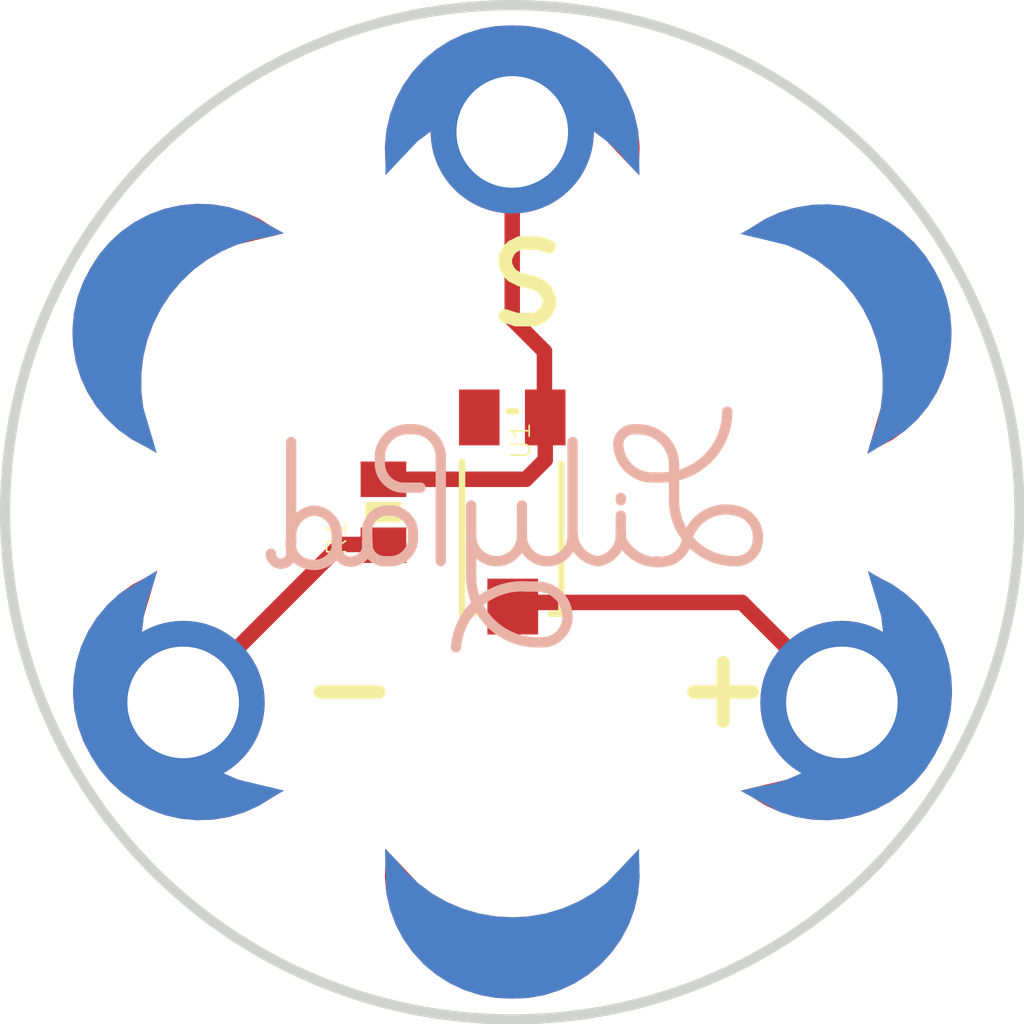
<source format=kicad_pcb>
(kicad_pcb (version 20211014) (generator pcbnew)
  (layers (0 "F.Cu" signal) (31 "B.Cu" signal) (34 "B.Paste" user) (35 "F.Paste" user) (36 "B.SilkS" user "B.Silkscreen") (37 "F.SilkS" user "F.Silkscreen") (38 "B.Mask" user) (39 "F.Mask" user) (44 "Edge.Cuts" user))
  (net 0 "")
  (net 1 "+")
  (net 2 "S")
  (net 3 "-")
  (footprint "boardEagle:PETAL-NOHOLE-2SIDE" (layer "F.Cu") (at 148.5011 112.4936)
    (fp_text reference "LIGHT2" hide)
    (fp_text value "SEWTAP-NOHOLE2" hide)
    (fp_poly (pts (xy -1.854655 -0.173117) (xy -1.587233 0.02496) (xy -1.296131 0.192254) (xy -0.987629 0.324761) (xy -0.665876 0.420699) (xy -0.335186 0.478783) (xy -0.000001 0.49823) (xy 0.335185 0.478783) (xy 0.665875 0.4207) (xy 0.987628 0.324762) (xy 1.29613 0.192254) (xy 1.587231 0.024961) (xy 1.857026 -0.174874) (xy 2.101909 -0.404578) (xy 2.32514 -0.668824) (xy 2.493638 -0.837322) (xy 2.51214 -0.289809) (xy 2.481402 0.029121) (xy 2.409619 0.341384) (xy 2.298003 0.641723) (xy 2.148431 0.925078) (xy 1.963424 1.186677) (xy 1.746098 1.422114) (xy 1.500112 1.627423) (xy 1.22961 1.799149) (xy 0.939146 1.934398) (xy 0.633613 2.030893) (xy 0.318157 2.087007) (xy 0.002347 2.1016) (xy -0.002346 2.1016) (xy -0.318157 2.087008) (xy -0.633613 2.030893) (xy -0.939146 1.934399) (xy -1.22961 1.79915) (xy -1.500112 1.627424) (xy -1.746098 1.422115) (xy -1.963425 1.186678) (xy -2.148432 0.925079) (xy -2.298003 0.641724) (xy -2.409619 0.341385) (xy -2.481402 0.029122) (xy -2.512141 -0.289808) (xy -2.5016 -0.601715) (xy -2.5016 -0.854591)) (layer "F.Cu") (width 0) (fill solid))
    (fp_poly (pts (xy 2.5016 -0.601715) (xy 2.512141 -0.289808) (xy 2.481402 0.029122) (xy 2.409619 0.341385) (xy 2.298003 0.641724) (xy 2.148432 0.925079) (xy 1.963425 1.186678) (xy 1.746098 1.422115) (xy 1.500112 1.627424) (xy 1.22961 1.79915) (xy 0.939146 1.934399) (xy 0.633613 2.030893) (xy 0.318157 2.087008) (xy 0.002346 2.1016) (xy -0.002347 2.1016) (xy -0.318157 2.087007) (xy -0.633613 2.030893) (xy -0.939146 1.934398) (xy -1.22961 1.799149) (xy -1.500112 1.627423) (xy -1.746098 1.422114) (xy -1.963424 1.186677) (xy -2.148431 0.925078) (xy -2.298003 0.641723) (xy -2.409619 0.341384) (xy -2.482146 0.025885) (xy -2.50954 -0.853224) (xy -2.32514 -0.668824) (xy -2.101909 -0.404578) (xy -1.857026 -0.174874) (xy -1.587231 0.024961) (xy -1.29613 0.192254) (xy -0.987628 0.324762) (xy -0.665875 0.4207) (xy -0.335185 0.478783) (xy 0.000001 0.49823) (xy 0.335186 0.478783) (xy 0.665876 0.420699) (xy 0.987629 0.324761) (xy 1.296131 0.192254) (xy 1.587233 0.02496) (xy 1.854655 -0.173117) (xy 2.5016 -0.854591)) (layer "B.Cu") (width 0) (fill solid))
  )
  (footprint "boardEagle:PETAL-NOHOLE-2SIDE" (layer "F.Cu") (at 142.0011 101.2436 -120)
    (fp_text reference "LIGHT1" hide)
    (fp_text value "SEWTAP-NOHOLE2" hide)
    (fp_poly (pts (xy -1.854655 -0.173117) (xy -1.587233 0.02496) (xy -1.296131 0.192254) (xy -0.987629 0.324761) (xy -0.665876 0.420699) (xy -0.335186 0.478783) (xy -0.000001 0.49823) (xy 0.335185 0.478783) (xy 0.665875 0.4207) (xy 0.987628 0.324762) (xy 1.29613 0.192254) (xy 1.587231 0.024961) (xy 1.857026 -0.174874) (xy 2.101909 -0.404578) (xy 2.32514 -0.668824) (xy 2.493638 -0.837322) (xy 2.51214 -0.289809) (xy 2.481402 0.029121) (xy 2.409619 0.341384) (xy 2.298003 0.641723) (xy 2.148431 0.925078) (xy 1.963424 1.186677) (xy 1.746098 1.422114) (xy 1.500112 1.627423) (xy 1.22961 1.799149) (xy 0.939146 1.934398) (xy 0.633613 2.030893) (xy 0.318157 2.087007) (xy 0.002347 2.1016) (xy -0.002346 2.1016) (xy -0.318157 2.087008) (xy -0.633613 2.030893) (xy -0.939146 1.934399) (xy -1.22961 1.79915) (xy -1.500112 1.627424) (xy -1.746098 1.422115) (xy -1.963425 1.186678) (xy -2.148432 0.925079) (xy -2.298003 0.641724) (xy -2.409619 0.341385) (xy -2.481402 0.029122) (xy -2.512141 -0.289808) (xy -2.5016 -0.601715) (xy -2.5016 -0.854591)) (layer "F.Cu") (width 0) (fill solid))
    (fp_poly (pts (xy 2.5016 -0.601715) (xy 2.512141 -0.289808) (xy 2.481402 0.029122) (xy 2.409619 0.341385) (xy 2.298003 0.641724) (xy 2.148432 0.925079) (xy 1.963425 1.186678) (xy 1.746098 1.422115) (xy 1.500112 1.627424) (xy 1.22961 1.79915) (xy 0.939146 1.934399) (xy 0.633613 2.030893) (xy 0.318157 2.087008) (xy 0.002346 2.1016) (xy -0.002347 2.1016) (xy -0.318157 2.087007) (xy -0.633613 2.030893) (xy -0.939146 1.934398) (xy -1.22961 1.799149) (xy -1.500112 1.627423) (xy -1.746098 1.422114) (xy -1.963424 1.186677) (xy -2.148431 0.925078) (xy -2.298003 0.641723) (xy -2.409619 0.341384) (xy -2.482146 0.025885) (xy -2.50954 -0.853224) (xy -2.32514 -0.668824) (xy -2.101909 -0.404578) (xy -1.857026 -0.174874) (xy -1.587231 0.024961) (xy -1.29613 0.192254) (xy -0.987628 0.324762) (xy -0.665875 0.4207) (xy -0.335185 0.478783) (xy 0.000001 0.49823) (xy 0.335186 0.478783) (xy 0.665876 0.420699) (xy 0.987629 0.324761) (xy 1.296131 0.192254) (xy 1.587233 0.02496) (xy 1.854655 -0.173117) (xy 2.5016 -0.854591)) (layer "B.Cu") (width 0) (fill solid))
  )
  (footprint "boardEagle:0402-RES" (layer "F.Cu") (at 145.9611 105.0036 90)
    (fp_text reference "R1" (at -0.889 -0.6985 90) (layer "F.SilkS") (effects (font (size 0.373888 0.373888) (thickness 0.032512)) (justify left bottom)))
    (fp_text value "10K")
    (fp_poly (pts (xy -0.2032 0.3556) (xy 0.2032 0.3556) (xy 0.2032 -0.3556) (xy -0.2032 -0.3556)) (layer "F.SilkS") (width 0) (fill solid))
    (pad "1" smd rect (at -0.65 0 90) (size 0.7 0.9) (layers "F.Cu" "F.Paste" "F.Mask") (net 3 "-"))
    (pad "2" smd rect (at 0.65 0 90) (size 0.7 0.9) (layers "F.Cu" "F.Paste" "F.Mask") (net 2 "S"))
  )
  (footprint "boardEagle:TEMT6000-SEN" (layer "F.Cu") (at 148.5011 105.0036 -90)
    (fp_text reference "U1" (at -1.016 -0.381 -90) (layer "F.SilkS") (effects (font (size 0.373888 0.373888) (thickness 0.032512)) (justify left bottom)))
    (fp_text value "TEMT6000")
    (fp_line (start -1.99 0.07) (end -1.99 -0.08) (layer "F.SilkS") (width 0.127))
    (fp_line (start 2 -0.97) (end -0.96 -0.97) (layer "F.SilkS") (width 0.127))
    (fp_line (start 2 0.76) (end 2 0.99) (layer "F.SilkS") (width 0.127))
    (fp_line (start 2 -0.76) (end 2 -0.97) (layer "F.SilkS") (width 0.127))
    (fp_line (start 2 0.99) (end -0.99 0.99) (layer "F.SilkS") (width 0.127))
    (pad "BASE" smd rect (at -1.87 0.65 270) (size 1.1 0.8) (layers "F.Cu" "F.Paste" "F.Mask"))
    (pad "COLLECTOR" smd rect (at 1.86 -0.01 270) (size 1.1 1) (layers "F.Cu" "F.Paste" "F.Mask") (net 1 "+"))
    (pad "EMITTER" smd rect (at -1.87 -0.65 270) (size 1.1 0.8) (layers "F.Cu" "F.Paste" "F.Mask") (net 2 "S"))
  )
  (footprint "boardEagle:PETAL-NOHOLE-2SIDE" (layer "F.Cu") (at 154.9911 101.2536 120)
    (fp_text reference "LIGHT3" hide)
    (fp_text value "SEWTAP-NOHOLE2" hide)
    (fp_poly (pts (xy -1.854655 -0.173117) (xy -1.587233 0.02496) (xy -1.296131 0.192254) (xy -0.987629 0.324761) (xy -0.665876 0.420699) (xy -0.335186 0.478783) (xy -0.000001 0.49823) (xy 0.335185 0.478783) (xy 0.665875 0.4207) (xy 0.987628 0.324762) (xy 1.29613 0.192254) (xy 1.587231 0.024961) (xy 1.857026 -0.174874) (xy 2.101909 -0.404578) (xy 2.32514 -0.668824) (xy 2.493638 -0.837322) (xy 2.51214 -0.289809) (xy 2.481402 0.029121) (xy 2.409619 0.341384) (xy 2.298003 0.641723) (xy 2.148431 0.925078) (xy 1.963424 1.186677) (xy 1.746098 1.422114) (xy 1.500112 1.627423) (xy 1.22961 1.799149) (xy 0.939146 1.934398) (xy 0.633613 2.030893) (xy 0.318157 2.087007) (xy 0.002347 2.1016) (xy -0.002346 2.1016) (xy -0.318157 2.087008) (xy -0.633613 2.030893) (xy -0.939146 1.934399) (xy -1.22961 1.79915) (xy -1.500112 1.627424) (xy -1.746098 1.422115) (xy -1.963425 1.186678) (xy -2.148432 0.925079) (xy -2.298003 0.641724) (xy -2.409619 0.341385) (xy -2.481402 0.029122) (xy -2.512141 -0.289808) (xy -2.5016 -0.601715) (xy -2.5016 -0.854591)) (layer "F.Cu") (width 0) (fill solid))
    (fp_poly (pts (xy 2.5016 -0.601715) (xy 2.512141 -0.289808) (xy 2.481402 0.029122) (xy 2.409619 0.341385) (xy 2.298003 0.641724) (xy 2.148432 0.925079) (xy 1.963425 1.186678) (xy 1.746098 1.422115) (xy 1.500112 1.627424) (xy 1.22961 1.79915) (xy 0.939146 1.934399) (xy 0.633613 2.030893) (xy 0.318157 2.087008) (xy 0.002346 2.1016) (xy -0.002347 2.1016) (xy -0.318157 2.087007) (xy -0.633613 2.030893) (xy -0.939146 1.934398) (xy -1.22961 1.799149) (xy -1.500112 1.627423) (xy -1.746098 1.422114) (xy -1.963424 1.186677) (xy -2.148431 0.925078) (xy -2.298003 0.641723) (xy -2.409619 0.341384) (xy -2.482146 0.025885) (xy -2.50954 -0.853224) (xy -2.32514 -0.668824) (xy -2.101909 -0.404578) (xy -1.857026 -0.174874) (xy -1.587231 0.024961) (xy -1.29613 0.192254) (xy -0.987628 0.324762) (xy -0.665875 0.4207) (xy -0.335185 0.478783) (xy 0.000001 0.49823) (xy 0.335186 0.478783) (xy 0.665876 0.420699) (xy 0.987629 0.324761) (xy 1.296131 0.192254) (xy 1.587233 0.02496) (xy 1.854655 -0.173117) (xy 2.5016 -0.854591)) (layer "B.Cu") (width 0) (fill solid))
  )
  (footprint "boardEagle:PETAL-SMALL-2SIDE" (layer "F.Cu") (at 148.5011 97.5036 180)
    (fp_text reference "LIGHTS0" hide)
    (fp_text value "SEWTAP6" hide)
    (fp_poly (pts (xy -1.854655 -0.173117) (xy -1.587233 0.02496) (xy -1.296131 0.192254) (xy -0.987629 0.324761) (xy -0.665876 0.420699) (xy -0.335186 0.478783) (xy -0.000001 0.49823) (xy 0.335185 0.478783) (xy 0.665875 0.4207) (xy 0.987628 0.324762) (xy 1.29613 0.192254) (xy 1.587231 0.024961) (xy 1.857026 -0.174874) (xy 2.101909 -0.404578) (xy 2.32514 -0.668824) (xy 2.493638 -0.837322) (xy 2.51214 -0.289809) (xy 2.481402 0.029121) (xy 2.409619 0.341384) (xy 2.298003 0.641723) (xy 2.148431 0.925078) (xy 1.963424 1.186677) (xy 1.746098 1.422114) (xy 1.500112 1.627423) (xy 1.22961 1.799149) (xy 0.939146 1.934398) (xy 0.633613 2.030893) (xy 0.318157 2.087007) (xy 0.002347 2.1016) (xy -0.002346 2.1016) (xy -0.318157 2.087008) (xy -0.633613 2.030893) (xy -0.939146 1.934399) (xy -1.22961 1.79915) (xy -1.500112 1.627424) (xy -1.746098 1.422115) (xy -1.963425 1.186678) (xy -2.148432 0.925079) (xy -2.298003 0.641724) (xy -2.409619 0.341385) (xy -2.481402 0.029122) (xy -2.512141 -0.289808) (xy -2.5016 -0.601715) (xy -2.5016 -0.854591)) (layer "F.Cu") (width 0) (fill solid))
    (fp_poly (pts (xy 2.5016 -0.601715) (xy 2.512141 -0.289808) (xy 2.481402 0.029122) (xy 2.409619 0.341385) (xy 2.298003 0.641724) (xy 2.148432 0.925079) (xy 1.963425 1.186678) (xy 1.746098 1.422115) (xy 1.500112 1.627424) (xy 1.22961 1.79915) (xy 0.939146 1.934399) (xy 0.633613 2.030893) (xy 0.318157 2.087008) (xy 0.002346 2.1016) (xy -0.002347 2.1016) (xy -0.318157 2.087007) (xy -0.633613 2.030893) (xy -0.939146 1.934398) (xy -1.22961 1.799149) (xy -1.500112 1.627423) (xy -1.746098 1.422114) (xy -1.963424 1.186677) (xy -2.148431 0.925078) (xy -2.298003 0.641723) (xy -2.409619 0.341384) (xy -2.482146 0.025885) (xy -2.50954 -0.853224) (xy -2.32514 -0.668824) (xy -2.101909 -0.404578) (xy -1.857026 -0.174874) (xy -1.587231 0.024961) (xy -1.29613 0.192254) (xy -0.987628 0.324762) (xy -0.665875 0.4207) (xy -0.335185 0.478783) (xy 0.000001 0.49823) (xy 0.335186 0.478783) (xy 0.665876 0.420699) (xy 0.987629 0.324761) (xy 1.296131 0.192254) (xy 1.587233 0.02496) (xy 1.854655 -0.173117) (xy 2.5016 -0.854591)) (layer "B.Cu") (width 0) (fill solid))
    (pad "1" thru_hole circle (at 0 0 270) (size 3.216 3.216) (drill 2.2) (layers *.Cu *.Mask) (net 2 "S"))
  )
  (footprint "boardEagle:PETAL-SMALL-2SIDE" (layer "F.Cu") (at 155.0011 108.7536 60)
    (fp_text reference "LIGHT+0" hide)
    (fp_text value "SEWTAP6" hide)
    (fp_poly (pts (xy -1.854655 -0.173117) (xy -1.587233 0.02496) (xy -1.296131 0.192254) (xy -0.987629 0.324761) (xy -0.665876 0.420699) (xy -0.335186 0.478783) (xy -0.000001 0.49823) (xy 0.335185 0.478783) (xy 0.665875 0.4207) (xy 0.987628 0.324762) (xy 1.29613 0.192254) (xy 1.587231 0.024961) (xy 1.857026 -0.174874) (xy 2.101909 -0.404578) (xy 2.32514 -0.668824) (xy 2.493638 -0.837322) (xy 2.51214 -0.289809) (xy 2.481402 0.029121) (xy 2.409619 0.341384) (xy 2.298003 0.641723) (xy 2.148431 0.925078) (xy 1.963424 1.186677) (xy 1.746098 1.422114) (xy 1.500112 1.627423) (xy 1.22961 1.799149) (xy 0.939146 1.934398) (xy 0.633613 2.030893) (xy 0.318157 2.087007) (xy 0.002347 2.1016) (xy -0.002346 2.1016) (xy -0.318157 2.087008) (xy -0.633613 2.030893) (xy -0.939146 1.934399) (xy -1.22961 1.79915) (xy -1.500112 1.627424) (xy -1.746098 1.422115) (xy -1.963425 1.186678) (xy -2.148432 0.925079) (xy -2.298003 0.641724) (xy -2.409619 0.341385) (xy -2.481402 0.029122) (xy -2.512141 -0.289808) (xy -2.5016 -0.601715) (xy -2.5016 -0.854591)) (layer "F.Cu") (width 0) (fill solid))
    (fp_poly (pts (xy 2.5016 -0.601715) (xy 2.512141 -0.289808) (xy 2.481402 0.029122) (xy 2.409619 0.341385) (xy 2.298003 0.641724) (xy 2.148432 0.925079) (xy 1.963425 1.186678) (xy 1.746098 1.422115) (xy 1.500112 1.627424) (xy 1.22961 1.79915) (xy 0.939146 1.934399) (xy 0.633613 2.030893) (xy 0.318157 2.087008) (xy 0.002346 2.1016) (xy -0.002347 2.1016) (xy -0.318157 2.087007) (xy -0.633613 2.030893) (xy -0.939146 1.934398) (xy -1.22961 1.799149) (xy -1.500112 1.627423) (xy -1.746098 1.422114) (xy -1.963424 1.186677) (xy -2.148431 0.925078) (xy -2.298003 0.641723) (xy -2.409619 0.341384) (xy -2.482146 0.025885) (xy -2.50954 -0.853224) (xy -2.32514 -0.668824) (xy -2.101909 -0.404578) (xy -1.857026 -0.174874) (xy -1.587231 0.024961) (xy -1.29613 0.192254) (xy -0.987628 0.324762) (xy -0.665875 0.4207) (xy -0.335185 0.478783) (xy 0.000001 0.49823) (xy 0.335186 0.478783) (xy 0.665876 0.420699) (xy 0.987629 0.324761) (xy 1.296131 0.192254) (xy 1.587233 0.02496) (xy 1.854655 -0.173117) (xy 2.5016 -0.854591)) (layer "B.Cu") (width 0) (fill solid))
    (pad "1" thru_hole circle (at 0 0 150) (size 3.216 3.216) (drill 2.2) (layers *.Cu *.Mask) (net 1 "+"))
  )
  (footprint "boardEagle:PETAL-SMALL-2SIDE" (layer "F.Cu") (at 142.0111 108.7536 -60)
    (fp_text reference "LIGHT-0" hide)
    (fp_text value "SEWTAP6" hide)
    (fp_poly (pts (xy -1.854655 -0.173117) (xy -1.587233 0.02496) (xy -1.296131 0.192254) (xy -0.987629 0.324761) (xy -0.665876 0.420699) (xy -0.335186 0.478783) (xy -0.000001 0.49823) (xy 0.335185 0.478783) (xy 0.665875 0.4207) (xy 0.987628 0.324762) (xy 1.29613 0.192254) (xy 1.587231 0.024961) (xy 1.857026 -0.174874) (xy 2.101909 -0.404578) (xy 2.32514 -0.668824) (xy 2.493638 -0.837322) (xy 2.51214 -0.289809) (xy 2.481402 0.029121) (xy 2.409619 0.341384) (xy 2.298003 0.641723) (xy 2.148431 0.925078) (xy 1.963424 1.186677) (xy 1.746098 1.422114) (xy 1.500112 1.627423) (xy 1.22961 1.799149) (xy 0.939146 1.934398) (xy 0.633613 2.030893) (xy 0.318157 2.087007) (xy 0.002347 2.1016) (xy -0.002346 2.1016) (xy -0.318157 2.087008) (xy -0.633613 2.030893) (xy -0.939146 1.934399) (xy -1.22961 1.79915) (xy -1.500112 1.627424) (xy -1.746098 1.422115) (xy -1.963425 1.186678) (xy -2.148432 0.925079) (xy -2.298003 0.641724) (xy -2.409619 0.341385) (xy -2.481402 0.029122) (xy -2.512141 -0.289808) (xy -2.5016 -0.601715) (xy -2.5016 -0.854591)) (layer "F.Cu") (width 0) (fill solid))
    (fp_poly (pts (xy 2.5016 -0.601715) (xy 2.512141 -0.289808) (xy 2.481402 0.029122) (xy 2.409619 0.341385) (xy 2.298003 0.641724) (xy 2.148432 0.925079) (xy 1.963425 1.186678) (xy 1.746098 1.422115) (xy 1.500112 1.627424) (xy 1.22961 1.79915) (xy 0.939146 1.934399) (xy 0.633613 2.030893) (xy 0.318157 2.087008) (xy 0.002346 2.1016) (xy -0.002347 2.1016) (xy -0.318157 2.087007) (xy -0.633613 2.030893) (xy -0.939146 1.934398) (xy -1.22961 1.799149) (xy -1.500112 1.627423) (xy -1.746098 1.422114) (xy -1.963424 1.186677) (xy -2.148431 0.925078) (xy -2.298003 0.641723) (xy -2.409619 0.341384) (xy -2.482146 0.025885) (xy -2.50954 -0.853224) (xy -2.32514 -0.668824) (xy -2.101909 -0.404578) (xy -1.857026 -0.174874) (xy -1.587231 0.024961) (xy -1.29613 0.192254) (xy -0.987628 0.324762) (xy -0.665875 0.4207) (xy -0.335185 0.478783) (xy 0.000001 0.49823) (xy 0.335186 0.478783) (xy 0.665876 0.420699) (xy 0.987629 0.324761) (xy 1.296131 0.192254) (xy 1.587233 0.02496) (xy 1.854655 -0.173117) (xy 2.5016 -0.854591)) (layer "B.Cu") (width 0) (fill solid))
    (pad "1" thru_hole circle (at 0 0 30) (size 3.216 3.216) (drill 2.2) (layers *.Cu *.Mask) (net 3 "-"))
  )
  (footprint "boardEagle:LOGO-LILYPAD" (layer "B.Cu") (at 148.5011 105.0036 180)
    (fp_text reference "U$2" hide)
    (fp_text value "LOGO-LPLP" hide)
    (fp_line (start -2.14 -0.365) (end -2.14 -0.065) (layer "B.SilkS") (width 0.2032))
    (fp_line (start -2.94 0.685) (end -2.79 0.685) (layer "B.SilkS") (width 0.2032))
    (fp_line (start 2.56 -0.965) (end 2.36 -0.965) (layer "B.SilkS") (width 0.2032))
    (fp_line (start -2.14 0.235) (end -2.14 0.285) (layer "B.SilkS") (width 0.2032))
    (fp_line (start 2.36 0.035) (end 2.46 0.035) (layer "B.SilkS") (width 0.2032))
    (fp_line (start 3.46 -0.765) (end 3.46 -0.715) (layer "B.SilkS") (width 0.2032))
    (fp_line (start -2.49 1.635) (end -2.39 1.635) (layer "B.SilkS") (width 0.2032))
    (fp_line (start 4.36 -0.615) (end 4.36 1.385) (layer "B.SilkS") (width 0.2032))
    (fp_line (start -1.19 -0.465) (end -1.19 -0.415) (layer "B.SilkS") (width 0.2032))
    (fp_line (start 4.36 -0.715) (end 4.36 -0.815) (layer "B.SilkS") (width 0.2032))
    (fp_line (start 1.41 -0.965) (end 1.41 1.135) (layer "B.SilkS") (width 0.2032))
    (fp_line (start -2.14 -0.365) (end -2.14 -0.515) (layer "B.SilkS") (width 0.2032))
    (fp_line (start 0.81 -1.265) (end 0.81 -0.465) (layer "B.SilkS") (width 0.2032))
    (fp_line (start -3.19 0.235) (end -3.19 0.935) (layer "B.SilkS") (width 0.2032))
    (fp_line (start 3.46 -0.715) (end 3.46 -0.465) (layer "B.SilkS") (width 0.2032))
    (fp_line (start 0.81 -0.465) (end 0.81 0.135) (layer "B.SilkS") (width 0.2032))
    (fp_line (start 2.86 -0.365) (end 2.86 -0.565) (layer "B.SilkS") (width 0.2032))
    (fp_line (start -0.49 -1.465) (end -0.29 -1.465) (layer "B.SilkS") (width 0.2032))
    (fp_line (start -1.19 -0.265) (end -1.19 1.385) (layer "B.SilkS") (width 0.2032))
    (fp_line (start -0.19 -0.465) (end -0.19 0.135) (layer "B.SilkS") (width 0.2032))
    (fp_line (start -0.59 -2.565) (end -0.49 -2.565) (layer "B.SilkS") (width 0.2032))
    (fp_line (start 2.61 1.135) (end 2.61 0.935) (layer "B.SilkS") (width 0.2032))
    (fp_line (start 2.11 0.485) (end 1.81 0.485) (layer "B.SilkS") (width 0.2032))
    (fp_arc (start 2.109999 0.484999) (mid 2.453171 0.606475) (end 2.61 0.935) (layer "B.SilkS") (width 0.2032))
    (fp_arc (start 3.11 -0.965) (mid 3.326421 -0.937487) (end 3.46 -0.765) (layer "B.SilkS") (width 0.2032))
    (fp_arc (start 4.36 -0.715) (mid 4.372311 -0.615) (end 4.36 -0.515) (layer "B.SilkS") (width 0.2032))
    (fp_arc (start -0.69 -0.965) (mid -0.336447 -0.818553) (end -0.19 -0.465) (layer "B.SilkS") (width 0.2032))
    (fp_arc (start -2.14 -0.365) (mid -2.039264 -0.758198) (end -1.69 -0.965) (layer "B.SilkS") (width 0.2032))
    (fp_arc (start -2.79 0.685) (mid -2.305381 0.865025) (end -2.09 1.335) (layer "B.SilkS") (width 0.2032))
    (fp_arc (start 4.36 -0.815) (mid 4.418579 -0.956421) (end 4.56 -1.015) (layer "B.SilkS") (width 0.2032))
    (fp_arc (start 2.01 1.635) (mid 1.606447 1.509264) (end 1.41 1.135) (layer "B.SilkS") (width 0.2032))
    (fp_arc (start 2.36 0.035) (mid 2.056447 -0.132157) (end 1.96 -0.465) (layer "B.SilkS") (width 0.2032))
    (fp_arc (start 3.91 0.035) (mid 3.581447 -0.121802) (end 3.46 -0.465) (layer "B.SilkS") (width 0.2032))
    (fp_arc (start -1.19 -0.415) (mid -1.187119 -0.34) (end -1.19 -0.265) (layer "B.SilkS") (width 0.2032))
    (fp_arc (start -1.690001 -0.965) (mid -1.338239 -0.782511) (end -1.19 -0.415) (layer "B.SilkS") (width 0.2032))
    (fp_arc (start -1.09 -2.065) (mid -0.943553 -2.418553) (end -0.59 -2.565) (layer "B.SilkS") (width 0.2032))
    (fp_arc (start 4.36 -0.515) (mid 4.248909 -0.146802) (end 3.91 0.035) (layer "B.SilkS") (width 0.2032))
    (fp_arc (start -4.39 0.035) (mid -4.739264 -0.171802) (end -4.84 -0.565) (layer "B.SilkS") (width 0.2032))
    (fp_arc (start -0.49 -2.565) (mid 0.429239 -2.184239) (end 0.81 -1.265) (layer "B.SilkS") (width 0.2032))
    (fp_arc (start 3.46 -0.715) (mid 3.697868 -0.989264) (end 4.06 -1.015) (layer "B.SilkS") (width 0.2032))
    (fp_arc (start -3.44 -0.565) (mid -3.790736 -0.068249) (end -4.39 0.035) (layer "B.SilkS") (width 0.2032))
    (fp_arc (start 1.11 -2.665) (mid 0.658528 -1.775051) (end -0.29 -1.465) (layer "B.SilkS") (width 0.2032))
    (fp_arc (start 4.56 -1.015) (mid 4.701421 -0.956421) (end 4.76 -0.815) (layer "B.SilkS") (width 0.2032))
    (fp_arc (start -3.190001 -0.914999) (mid -2.582158 -0.932462) (end -2.14 -0.515) (layer "B.SilkS") (width 0.2032))
    (fp_arc (start 2.609999 1.134999) (mid 2.413529 1.509234) (end 2.01 1.635) (layer "B.SilkS") (width 0.2032))
    (fp_arc (start -2.49 1.635) (mid -2.984975 1.429975) (end -3.19 0.935) (layer "B.SilkS") (width 0.2032))
    (fp_arc (start -3.44 -0.565) (mid -3.222842 -0.889264) (end -2.839999 -0.964999) (layer "B.SilkS") (width 0.2032))
    (fp_arc (start -4.39 -0.965) (mid -3.541472 -0.613528) (end -3.19 0.235) (layer "B.SilkS") (width 0.2032))
    (fp_arc (start -4.84 -0.565) (mid -4.697843 -0.858198) (end -4.39 -0.965) (layer "B.SilkS") (width 0.2032))
    (fp_arc (start -1.19 -0.465) (mid -1.043553 -0.818553) (end -0.69 -0.965) (layer "B.SilkS") (width 0.2032))
    (fp_arc (start -2.09 1.335) (mid -2.177868 1.547132) (end -2.39 1.635) (layer "B.SilkS") (width 0.2032))
    (fp_arc (start 2.86 -0.365) (mid 2.742843 -0.082157) (end 2.46 0.035) (layer "B.SilkS") (width 0.2032))
    (fp_arc (start 4.059999 -1.015) (mid 4.251547 -0.906548) (end 4.36 -0.715) (layer "B.SilkS") (width 0.2032))
    (fp_arc (start 2.86 -0.565) (mid 2.902157 -0.816777) (end 3.11 -0.965) (layer "B.SilkS") (width 0.2032))
    (fp_arc (start -0.489999 -1.464999) (mid -0.914264 -1.640735) (end -1.09 -2.065) (layer "B.SilkS") (width 0.2032))
    (fp_arc (start 0.31 -0.965) (mid 0.663553 -0.818553) (end 0.81 -0.465) (layer "B.SilkS") (width 0.2032))
    (fp_arc (start 2.56 -0.965) (mid 2.792843 -0.827132) (end 2.86 -0.565) (layer "B.SilkS") (width 0.2032))
    (fp_arc (start 1.959999 -0.464999) (mid 2.056446 -0.797842) (end 2.36 -0.965) (layer "B.SilkS") (width 0.2032))
    (fp_arc (start -4.24 1.985) (mid -3.859239 1.065761) (end -2.94 0.685) (layer "B.SilkS") (width 0.2032))
    (fp_arc (start -0.19 -0.465) (mid -0.043553 -0.818553) (end 0.31 -0.965) (layer "B.SilkS") (width 0.2032))
  )
  (gr_circle (center 148.5011 105.0036) (end 158.5011 105.0036) (layer "Edge.Cuts") (width 0.2032) (fill none))
  (gr_text "+" (at 151.5491 109.3216) (layer "F.SilkS") (effects (font (size 1.5113 1.5113) (thickness 0.2667)) (justify left bottom)))
  (gr_text "-" (at 144.1831 109.3216) (layer "F.SilkS") (effects (font (size 1.5113 1.5113) (thickness 0.2667)) (justify left bottom)))
  (gr_text "S" (at 147.9011 101.4036) (layer "F.SilkS") (effects (font (size 1.5113 1.5113) (thickness 0.2667)) (justify left bottom)))
  (segment (start 148.5111 106.8636) (end 148.5931 106.7816) (width 0.3048) (layer "F.Cu") (net 1))
  (segment (start 148.5931 106.7816) (end 153.0291 106.7816) (width 0.3048) (layer "F.Cu") (net 1))
  (segment (start 153.0291 106.7816) (end 155.0011 108.7536) (width 0.3048) (layer "F.Cu") (net 1))
  (segment (start 149.1511 103.9726) (end 148.7701 104.3536) (width 0.3048) (layer "F.Cu") (net 2))
  (segment (start 148.7701 104.3536) (end 145.9611 104.3536) (width 0.3048) (layer "F.Cu") (net 2))
  (segment (start 149.1361 103.1486) (end 149.1361 101.8286) (width 0.3048) (layer "F.Cu") (net 2))
  (segment (start 149.1511 103.1336) (end 149.1511 103.9726) (width 0.3048) (layer "F.Cu") (net 2))
  (segment (start 149.1511 103.1336) (end 149.1361 103.1486) (width 0.3048) (layer "F.Cu") (net 2))
  (segment (start 149.1361 101.8286) (end 148.5011 101.1936) (width 0.3048) (layer "F.Cu") (net 2))
  (segment (start 148.5011 101.1936) (end 148.5011 97.5036) (width 0.3048) (layer "F.Cu") (net 2))
  (segment (start 149.1361 103.1486) (end 149.1361 103.2256) (width 0.3048) (layer "F.Cu") (net 2))
  (segment (start 145.1261 105.6386) (end 142.0111 108.7536) (width 0.3048) (layer "F.Cu") (net 3))
  (segment (start 145.9611 105.6386) (end 145.1261 105.6386) (width 0.3048) (layer "F.Cu") (net 3))
  (segment (start 145.9611 105.6536) (end 145.9611 105.6386) (width 0.3048) (layer "F.Cu") (net 3))
)
</source>
